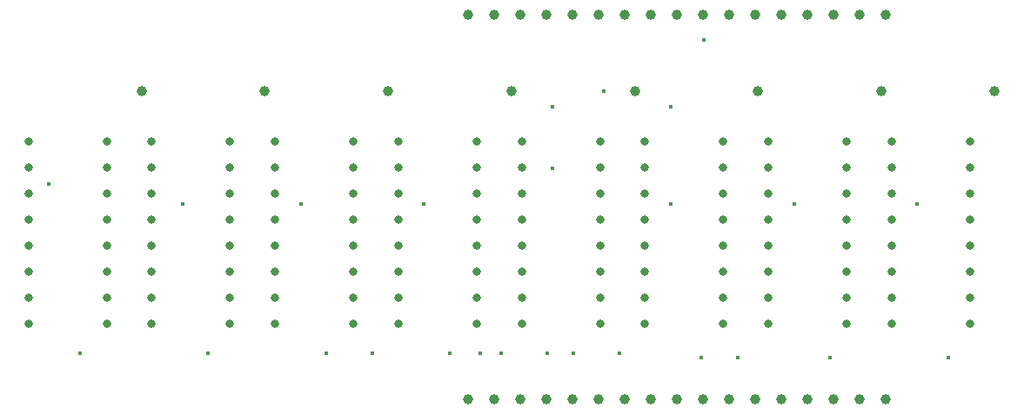
<source format=gbr>
%TF.GenerationSoftware,KiCad,Pcbnew,7.0.10*%
%TF.CreationDate,2024-02-06T22:07:40+01:00*%
%TF.ProjectId,16M2164_Ersatz_16dRAM,31364d32-3136-4345-9f45-727361747a5f,1*%
%TF.SameCoordinates,Original*%
%TF.FileFunction,Plated,1,2,PTH,Drill*%
%TF.FilePolarity,Positive*%
%FSLAX46Y46*%
G04 Gerber Fmt 4.6, Leading zero omitted, Abs format (unit mm)*
G04 Created by KiCad (PCBNEW 7.0.10) date 2024-02-06 22:07:40*
%MOMM*%
%LPD*%
G01*
G04 APERTURE LIST*
%TA.AperFunction,ViaDrill*%
%ADD10C,0.400000*%
%TD*%
%TA.AperFunction,ComponentDrill*%
%ADD11C,0.800000*%
%TD*%
%TA.AperFunction,ComponentDrill*%
%ADD12C,1.000000*%
%TD*%
G04 APERTURE END LIST*
D10*
X101240000Y-99000000D03*
X104240000Y-115500000D03*
X114240000Y-101000000D03*
X116740000Y-115500000D03*
X125740000Y-101000000D03*
X128240000Y-115500000D03*
X132740000Y-115500000D03*
X137740000Y-101000000D03*
X140240000Y-115500000D03*
X143240000Y-115500000D03*
X145240000Y-115500000D03*
X149740000Y-115500000D03*
X150240000Y-91500000D03*
X150240000Y-97500000D03*
X152240000Y-115500000D03*
X155240000Y-90000000D03*
X156740000Y-115500000D03*
X161740000Y-91500000D03*
X161740000Y-101000000D03*
X164740000Y-116000000D03*
X165000000Y-85000000D03*
X168240000Y-116000000D03*
X173740000Y-101000000D03*
X177240000Y-116000000D03*
X185740000Y-101000000D03*
X188740000Y-116000000D03*
D11*
%TO.C,U4*%
X99240000Y-94920000D03*
%TO.C,U12*%
X99240000Y-94920000D03*
%TO.C,U4*%
X99240000Y-97460000D03*
%TO.C,U12*%
X99240000Y-97460000D03*
%TO.C,U4*%
X99240000Y-100000000D03*
%TO.C,U12*%
X99240000Y-100000000D03*
X99240000Y-102540000D03*
%TO.C,U4*%
X99240000Y-102540000D03*
%TO.C,U12*%
X99240000Y-105080000D03*
%TO.C,U4*%
X99240000Y-105080000D03*
%TO.C,U12*%
X99240000Y-107620000D03*
%TO.C,U4*%
X99240000Y-107620000D03*
%TO.C,U12*%
X99240000Y-110160000D03*
%TO.C,U4*%
X99240000Y-110160000D03*
X99240000Y-112700000D03*
%TO.C,U12*%
X99240000Y-112700000D03*
X106860000Y-94920000D03*
%TO.C,U4*%
X106860000Y-94920000D03*
%TO.C,U12*%
X106860000Y-97460000D03*
%TO.C,U4*%
X106860000Y-97460000D03*
X106860000Y-100000000D03*
%TO.C,U12*%
X106860000Y-100000000D03*
%TO.C,U4*%
X106860000Y-102540000D03*
%TO.C,U12*%
X106860000Y-102540000D03*
%TO.C,U4*%
X106860000Y-105080000D03*
%TO.C,U12*%
X106860000Y-105080000D03*
%TO.C,U4*%
X106860000Y-107620000D03*
%TO.C,U12*%
X106860000Y-107620000D03*
X106860000Y-110160000D03*
%TO.C,U4*%
X106860000Y-110160000D03*
%TO.C,U12*%
X106860000Y-112700000D03*
%TO.C,U4*%
X106860000Y-112700000D03*
%TO.C,U11*%
X111240000Y-94920000D03*
%TO.C,U3*%
X111240000Y-94920000D03*
X111240000Y-97460000D03*
%TO.C,U11*%
X111240000Y-97460000D03*
%TO.C,U3*%
X111240000Y-100000000D03*
%TO.C,U11*%
X111240000Y-100000000D03*
%TO.C,U3*%
X111240000Y-102540000D03*
%TO.C,U11*%
X111240000Y-102540000D03*
%TO.C,U3*%
X111240000Y-105080000D03*
%TO.C,U11*%
X111240000Y-105080000D03*
%TO.C,U3*%
X111240000Y-107620000D03*
%TO.C,U11*%
X111240000Y-107620000D03*
%TO.C,U3*%
X111240000Y-110160000D03*
%TO.C,U11*%
X111240000Y-110160000D03*
%TO.C,U3*%
X111240000Y-112700000D03*
%TO.C,U11*%
X111240000Y-112700000D03*
%TO.C,U3*%
X118860000Y-94920000D03*
%TO.C,U11*%
X118860000Y-94920000D03*
X118860000Y-97460000D03*
%TO.C,U3*%
X118860000Y-97460000D03*
%TO.C,U11*%
X118860000Y-100000000D03*
%TO.C,U3*%
X118860000Y-100000000D03*
%TO.C,U11*%
X118860000Y-102540000D03*
%TO.C,U3*%
X118860000Y-102540000D03*
%TO.C,U11*%
X118860000Y-105080000D03*
%TO.C,U3*%
X118860000Y-105080000D03*
%TO.C,U11*%
X118860000Y-107620000D03*
%TO.C,U3*%
X118860000Y-107620000D03*
%TO.C,U11*%
X118860000Y-110160000D03*
%TO.C,U3*%
X118860000Y-110160000D03*
%TO.C,U11*%
X118860000Y-112700000D03*
%TO.C,U3*%
X118860000Y-112700000D03*
%TO.C,U10*%
X123240000Y-94920000D03*
%TO.C,U2*%
X123240000Y-94920000D03*
X123240000Y-97460000D03*
%TO.C,U10*%
X123240000Y-97460000D03*
%TO.C,U2*%
X123240000Y-100000000D03*
%TO.C,U10*%
X123240000Y-100000000D03*
%TO.C,U2*%
X123240000Y-102540000D03*
%TO.C,U10*%
X123240000Y-102540000D03*
X123240000Y-105080000D03*
%TO.C,U2*%
X123240000Y-105080000D03*
X123240000Y-107620000D03*
%TO.C,U10*%
X123240000Y-107620000D03*
%TO.C,U2*%
X123240000Y-110160000D03*
%TO.C,U10*%
X123240000Y-110160000D03*
%TO.C,U2*%
X123240000Y-112700000D03*
%TO.C,U10*%
X123240000Y-112700000D03*
%TO.C,U2*%
X130860000Y-94920000D03*
%TO.C,U10*%
X130860000Y-94920000D03*
%TO.C,U2*%
X130860000Y-97460000D03*
%TO.C,U10*%
X130860000Y-97460000D03*
%TO.C,U2*%
X130860000Y-100000000D03*
%TO.C,U10*%
X130860000Y-100000000D03*
X130860000Y-102540000D03*
%TO.C,U2*%
X130860000Y-102540000D03*
%TO.C,U10*%
X130860000Y-105080000D03*
%TO.C,U2*%
X130860000Y-105080000D03*
%TO.C,U10*%
X130860000Y-107620000D03*
%TO.C,U2*%
X130860000Y-107620000D03*
%TO.C,U10*%
X130860000Y-110160000D03*
%TO.C,U2*%
X130860000Y-110160000D03*
X130860000Y-112700000D03*
%TO.C,U10*%
X130860000Y-112700000D03*
%TO.C,U9*%
X135240000Y-94920000D03*
%TO.C,U1*%
X135240000Y-94920000D03*
%TO.C,U9*%
X135240000Y-97460000D03*
%TO.C,U1*%
X135240000Y-97460000D03*
X135240000Y-100000000D03*
%TO.C,U9*%
X135240000Y-100000000D03*
X135240000Y-102540000D03*
%TO.C,U1*%
X135240000Y-102540000D03*
%TO.C,U9*%
X135240000Y-105080000D03*
%TO.C,U1*%
X135240000Y-105080000D03*
%TO.C,U9*%
X135240000Y-107620000D03*
%TO.C,U1*%
X135240000Y-107620000D03*
%TO.C,U9*%
X135240000Y-110160000D03*
%TO.C,U1*%
X135240000Y-110160000D03*
%TO.C,U9*%
X135240000Y-112700000D03*
%TO.C,U1*%
X135240000Y-112700000D03*
%TO.C,U9*%
X142860000Y-94920000D03*
%TO.C,U1*%
X142860000Y-94920000D03*
X142860000Y-97460000D03*
%TO.C,U9*%
X142860000Y-97460000D03*
%TO.C,U1*%
X142860000Y-100000000D03*
%TO.C,U9*%
X142860000Y-100000000D03*
%TO.C,U1*%
X142860000Y-102540000D03*
%TO.C,U9*%
X142860000Y-102540000D03*
%TO.C,U1*%
X142860000Y-105080000D03*
%TO.C,U9*%
X142860000Y-105080000D03*
X142860000Y-107620000D03*
%TO.C,U1*%
X142860000Y-107620000D03*
X142860000Y-110160000D03*
%TO.C,U9*%
X142860000Y-110160000D03*
X142860000Y-112700000D03*
%TO.C,U1*%
X142860000Y-112700000D03*
%TO.C,U8*%
X147240000Y-94920000D03*
%TO.C,U16*%
X147240000Y-94920000D03*
%TO.C,U8*%
X147240000Y-97460000D03*
%TO.C,U16*%
X147240000Y-97460000D03*
%TO.C,U8*%
X147240000Y-100000000D03*
%TO.C,U16*%
X147240000Y-100000000D03*
%TO.C,U8*%
X147240000Y-102540000D03*
%TO.C,U16*%
X147240000Y-102540000D03*
X147240000Y-105080000D03*
%TO.C,U8*%
X147240000Y-105080000D03*
%TO.C,U16*%
X147240000Y-107620000D03*
%TO.C,U8*%
X147240000Y-107620000D03*
%TO.C,U16*%
X147240000Y-110160000D03*
%TO.C,U8*%
X147240000Y-110160000D03*
%TO.C,U16*%
X147240000Y-112700000D03*
%TO.C,U8*%
X147240000Y-112700000D03*
%TO.C,U16*%
X154860000Y-94920000D03*
%TO.C,U8*%
X154860000Y-94920000D03*
%TO.C,U16*%
X154860000Y-97460000D03*
%TO.C,U8*%
X154860000Y-97460000D03*
%TO.C,U16*%
X154860000Y-100000000D03*
%TO.C,U8*%
X154860000Y-100000000D03*
%TO.C,U16*%
X154860000Y-102540000D03*
%TO.C,U8*%
X154860000Y-102540000D03*
%TO.C,U16*%
X154860000Y-105080000D03*
%TO.C,U8*%
X154860000Y-105080000D03*
%TO.C,U16*%
X154860000Y-107620000D03*
%TO.C,U8*%
X154860000Y-107620000D03*
X154860000Y-110160000D03*
%TO.C,U16*%
X154860000Y-110160000D03*
%TO.C,U8*%
X154860000Y-112700000D03*
%TO.C,U16*%
X154860000Y-112700000D03*
%TO.C,U7*%
X159240000Y-94920000D03*
%TO.C,U15*%
X159240000Y-94920000D03*
%TO.C,U7*%
X159240000Y-97460000D03*
%TO.C,U15*%
X159240000Y-97460000D03*
%TO.C,U7*%
X159240000Y-100000000D03*
%TO.C,U15*%
X159240000Y-100000000D03*
%TO.C,U7*%
X159240000Y-102540000D03*
%TO.C,U15*%
X159240000Y-102540000D03*
X159240000Y-105080000D03*
%TO.C,U7*%
X159240000Y-105080000D03*
%TO.C,U15*%
X159240000Y-107620000D03*
%TO.C,U7*%
X159240000Y-107620000D03*
%TO.C,U15*%
X159240000Y-110160000D03*
%TO.C,U7*%
X159240000Y-110160000D03*
X159240000Y-112700000D03*
%TO.C,U15*%
X159240000Y-112700000D03*
X166860000Y-94920000D03*
%TO.C,U7*%
X166860000Y-94920000D03*
%TO.C,U15*%
X166860000Y-97460000D03*
%TO.C,U7*%
X166860000Y-97460000D03*
%TO.C,U15*%
X166860000Y-100000000D03*
%TO.C,U7*%
X166860000Y-100000000D03*
%TO.C,U15*%
X166860000Y-102540000D03*
%TO.C,U7*%
X166860000Y-102540000D03*
%TO.C,U15*%
X166860000Y-105080000D03*
%TO.C,U7*%
X166860000Y-105080000D03*
%TO.C,U15*%
X166860000Y-107620000D03*
%TO.C,U7*%
X166860000Y-107620000D03*
%TO.C,U15*%
X166860000Y-110160000D03*
%TO.C,U7*%
X166860000Y-110160000D03*
X166860000Y-112700000D03*
%TO.C,U15*%
X166860000Y-112700000D03*
%TO.C,U6*%
X171240000Y-94920000D03*
%TO.C,U14*%
X171240000Y-94920000D03*
%TO.C,U6*%
X171240000Y-97460000D03*
%TO.C,U14*%
X171240000Y-97460000D03*
%TO.C,U6*%
X171240000Y-100000000D03*
%TO.C,U14*%
X171240000Y-100000000D03*
%TO.C,U6*%
X171240000Y-102540000D03*
%TO.C,U14*%
X171240000Y-102540000D03*
%TO.C,U6*%
X171240000Y-105080000D03*
%TO.C,U14*%
X171240000Y-105080000D03*
%TO.C,U6*%
X171240000Y-107620000D03*
%TO.C,U14*%
X171240000Y-107620000D03*
%TO.C,U6*%
X171240000Y-110160000D03*
%TO.C,U14*%
X171240000Y-110160000D03*
%TO.C,U6*%
X171240000Y-112700000D03*
%TO.C,U14*%
X171240000Y-112700000D03*
%TO.C,U6*%
X178860000Y-94920000D03*
%TO.C,U14*%
X178860000Y-94920000D03*
X178860000Y-97460000D03*
%TO.C,U6*%
X178860000Y-97460000D03*
%TO.C,U14*%
X178860000Y-100000000D03*
%TO.C,U6*%
X178860000Y-100000000D03*
%TO.C,U14*%
X178860000Y-102540000D03*
%TO.C,U6*%
X178860000Y-102540000D03*
%TO.C,U14*%
X178860000Y-105080000D03*
%TO.C,U6*%
X178860000Y-105080000D03*
%TO.C,U14*%
X178860000Y-107620000D03*
%TO.C,U6*%
X178860000Y-107620000D03*
%TO.C,U14*%
X178860000Y-110160000D03*
%TO.C,U6*%
X178860000Y-110160000D03*
X178860000Y-112700000D03*
%TO.C,U14*%
X178860000Y-112700000D03*
%TO.C,U5*%
X183240000Y-94920000D03*
%TO.C,U13*%
X183240000Y-94920000D03*
%TO.C,U5*%
X183240000Y-97460000D03*
%TO.C,U13*%
X183240000Y-97460000D03*
%TO.C,U5*%
X183240000Y-100000000D03*
%TO.C,U13*%
X183240000Y-100000000D03*
%TO.C,U5*%
X183240000Y-102540000D03*
%TO.C,U13*%
X183240000Y-102540000D03*
X183240000Y-105080000D03*
%TO.C,U5*%
X183240000Y-105080000D03*
%TO.C,U13*%
X183240000Y-107620000D03*
%TO.C,U5*%
X183240000Y-107620000D03*
%TO.C,U13*%
X183240000Y-110160000D03*
%TO.C,U5*%
X183240000Y-110160000D03*
%TO.C,U13*%
X183240000Y-112700000D03*
%TO.C,U5*%
X183240000Y-112700000D03*
X190860000Y-94920000D03*
%TO.C,U13*%
X190860000Y-94920000D03*
%TO.C,U5*%
X190860000Y-97460000D03*
%TO.C,U13*%
X190860000Y-97460000D03*
%TO.C,U5*%
X190860000Y-100000000D03*
%TO.C,U13*%
X190860000Y-100000000D03*
%TO.C,U5*%
X190860000Y-102540000D03*
%TO.C,U13*%
X190860000Y-102540000D03*
%TO.C,U5*%
X190860000Y-105080000D03*
%TO.C,U13*%
X190860000Y-105080000D03*
%TO.C,U5*%
X190860000Y-107620000D03*
%TO.C,U13*%
X190860000Y-107620000D03*
%TO.C,U5*%
X190860000Y-110160000D03*
%TO.C,U13*%
X190860000Y-110160000D03*
X190860000Y-112700000D03*
%TO.C,U5*%
X190860000Y-112700000D03*
D12*
%TO.C,TP8*%
X110240000Y-90000000D03*
%TO.C,TP7*%
X122240000Y-90000000D03*
%TO.C,TP6*%
X134240000Y-90000000D03*
%TO.C,J1*%
X142020000Y-82500000D03*
%TO.C,J2*%
X142020000Y-120000000D03*
%TO.C,J1*%
X144560000Y-82500000D03*
%TO.C,J2*%
X144560000Y-120000000D03*
%TO.C,TP5*%
X146240000Y-90000000D03*
%TO.C,J1*%
X147100000Y-82500000D03*
%TO.C,J2*%
X147100000Y-120000000D03*
%TO.C,J1*%
X149640000Y-82500000D03*
%TO.C,J2*%
X149640000Y-120000000D03*
%TO.C,J1*%
X152180000Y-82500000D03*
%TO.C,J2*%
X152180000Y-120000000D03*
%TO.C,J1*%
X154720000Y-82500000D03*
%TO.C,J2*%
X154720000Y-120000000D03*
%TO.C,J1*%
X157260000Y-82500000D03*
%TO.C,J2*%
X157260000Y-120000000D03*
%TO.C,TP4*%
X158240000Y-90000000D03*
%TO.C,J1*%
X159800000Y-82500000D03*
%TO.C,J2*%
X159800000Y-120000000D03*
%TO.C,J1*%
X162340000Y-82500000D03*
%TO.C,J2*%
X162340000Y-120000000D03*
%TO.C,J1*%
X164880000Y-82500000D03*
%TO.C,J2*%
X164880000Y-120000000D03*
%TO.C,J1*%
X167420000Y-82500000D03*
%TO.C,J2*%
X167420000Y-120000000D03*
%TO.C,J1*%
X169960000Y-82500000D03*
%TO.C,J2*%
X169960000Y-120000000D03*
%TO.C,TP3*%
X170240000Y-90000000D03*
%TO.C,J1*%
X172500000Y-82500000D03*
%TO.C,J2*%
X172500000Y-120000000D03*
%TO.C,J1*%
X175040000Y-82500000D03*
%TO.C,J2*%
X175040000Y-120000000D03*
%TO.C,J1*%
X177580000Y-82500000D03*
%TO.C,J2*%
X177580000Y-120000000D03*
%TO.C,J1*%
X180120000Y-82500000D03*
%TO.C,J2*%
X180120000Y-120000000D03*
%TO.C,TP2*%
X182240000Y-90000000D03*
%TO.C,J1*%
X182660000Y-82500000D03*
%TO.C,J2*%
X182660000Y-120000000D03*
%TO.C,TP1*%
X193240000Y-90000000D03*
M02*

</source>
